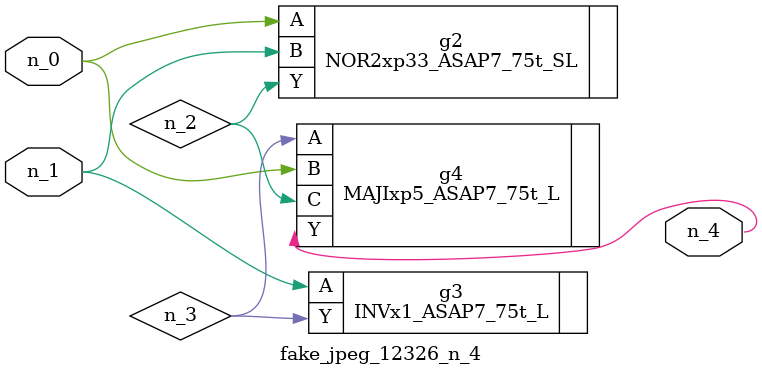
<source format=v>
module fake_jpeg_12326_n_4 (n_0, n_1, n_4);

input n_0;
input n_1;

output n_4;

wire n_3;
wire n_2;

NOR2xp33_ASAP7_75t_SL g2 ( 
.A(n_0),
.B(n_1),
.Y(n_2)
);

INVx1_ASAP7_75t_L g3 ( 
.A(n_1),
.Y(n_3)
);

MAJIxp5_ASAP7_75t_L g4 ( 
.A(n_3),
.B(n_0),
.C(n_2),
.Y(n_4)
);


endmodule
</source>
